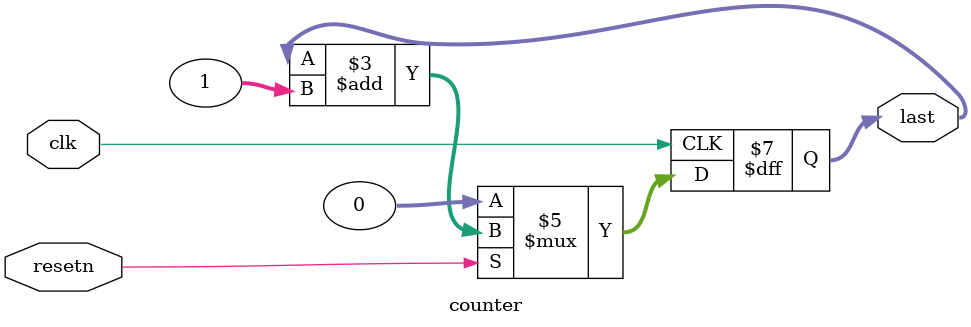
<source format=v>
module counter (  input clk,      
                  input resetn,             
                  output reg[31:0] last);    


  always @ (posedge clk) begin
    if (! resetn)
      last <= 0;
    else
      last <= last + 1;
  end
endmodule
</source>
